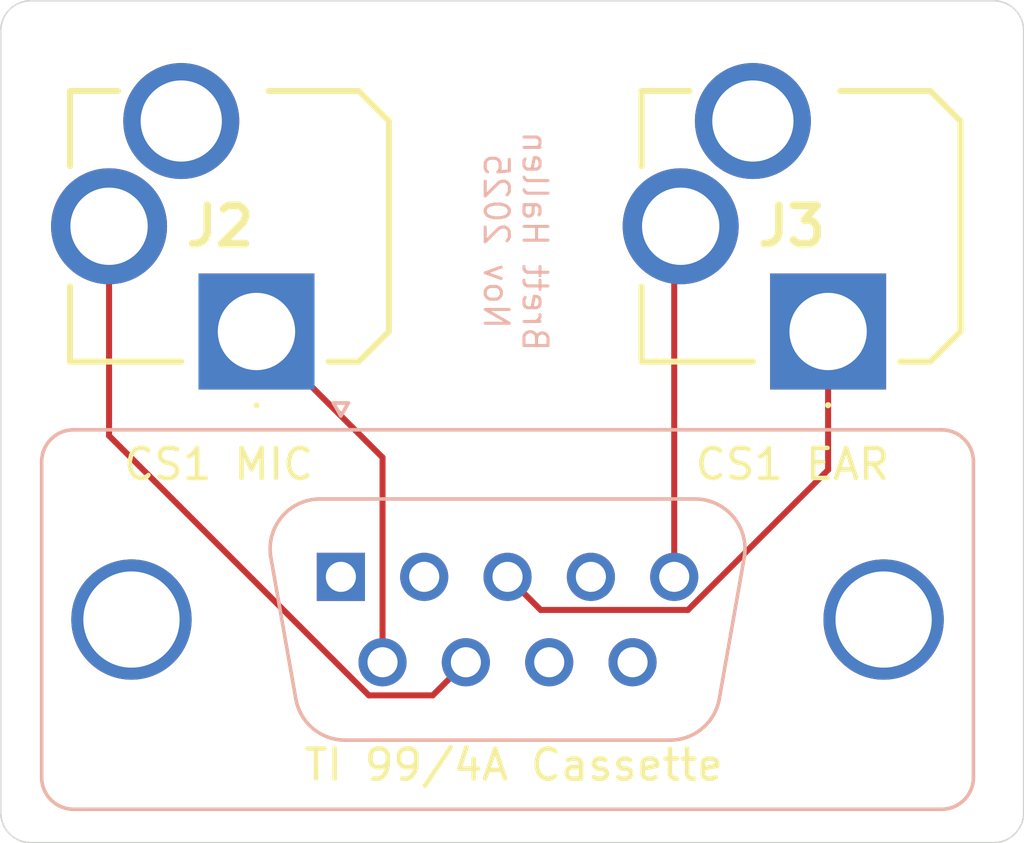
<source format=kicad_pcb>
(kicad_pcb (version 20241229) (generator "pcbnew") (generator_version "9.0")
  (title_block (title "TI 99/4A Cassette Adaptor") (date "7/NOV/2025") (rev "A") (company "Brett Hallen") (comment 1 "www.youtube.com/@Brfff"))
  (layers (0 "F.Cu" signal) (2 "B.Cu" signal) (13 "F.Paste" user) (15 "B.Paste" user) (5 "F.SilkS" user "F.Silkscreen") (7 "B.SilkS" user "B.Silkscreen") (1 "F.Mask" user) (3 "B.Mask" user) (25 "Edge.Cuts" user))
  (net 0 "")
  (net 1 "CS1_MOTOR-")
  (net 3 "CS1_MIC-")
  (net 4 "CS1_MIC+")
  (net 5 "CS2_MOTOR-")
  (net 6 "CS2_MOTOR+")
  (net 7 "CS1_MOTOR+")
  (net 8 "CS1_EAR-")
  (net 9 "CS1_EAR+")
  (footprint "Clueless_Engineer:SJ335052B" (layer "F.Cu") (at 130.885 60.84)
    (property "Reference" "J3" (at -1.213 -3.5 0) (layer "F.SilkS") (effects (font (size 1.27 1.27) (thickness 0.254))))
    (property "Value" "SJ3-35052B" (hide yes))
    (fp_line (start -6.2 -8) (end -4.6 -8) (stroke (width 0.2)) (layer "F.SilkS"))
    (fp_line (start -6.2 -5.5) (end -6.2 -8) (stroke (width 0.2)) (layer "F.SilkS"))
    (fp_line (start -6.2 1) (end -6.2 -1.5) (stroke (width 0.2)) (layer "F.SilkS"))
    (fp_line (start -2.5 1) (end -6.2 1) (stroke (width 0.2)) (layer "F.SilkS"))
    (fp_line (start 0 2.4) (end 0 2.4) (stroke (width 0.1)) (layer "F.SilkS"))
    (fp_line (start 0 2.5) (end 0 2.5) (stroke (width 0.1)) (layer "F.SilkS"))
    (fp_line (start 0.4 -8) (end 3.4 -8) (stroke (width 0.2)) (layer "F.SilkS"))
    (fp_line (start 3.4 -8) (end 4.4 -7) (stroke (width 0.2)) (layer "F.SilkS"))
    (fp_line (start 3.4 1) (end 2.4 1) (stroke (width 0.2)) (layer "F.SilkS"))
    (fp_line (start 4.4 -7) (end 4.4 0) (stroke (width 0.2)) (layer "F.SilkS"))
    (fp_line (start 4.4 0) (end 3.4 1) (stroke (width 0.2)) (layer "F.SilkS"))
    (fp_arc (start 0 2.4) (mid 0.05 2.45) (end 0 2.5) (stroke (width 0.1)) (layer "F.SilkS"))
    (fp_arc (start 0 2.5) (mid -0.05 2.45) (end 0 2.4) (stroke (width 0.1)) (layer "F.SilkS"))
    (pad "1" thru_hole rect (at 0 0) (size 3.855 3.855) (drill 2.57) (layers "*.Cu" "*.Mask") (net 3 "CS1_MIC-"))
    (pad "2" thru_hole circle (at -4.9 -3.5) (size 3.855 3.855) (drill 2.57) (layers "*.Cu" "*.Mask") (net 4 "CS1_MIC+"))
    (pad "4" thru_hole circle (at -2.5 -7) (size 3.855 3.855) (drill 2.7) (layers "*.Cu" "*.Mask"))
  )
  (footprint "Clueless_Engineer:SJ335052B" (layer "F.Cu") (at 111.885 60.84)
    (property "Reference" "J2" (at -1.213 -3.5 0) (layer "F.SilkS") (effects (font (size 1.27 1.27) (thickness 0.254))))
    (property "Value" "SJ3-35052B" (hide yes))
    (fp_line (start -6.2 -8) (end -4.6 -8) (stroke (width 0.2)) (layer "F.SilkS"))
    (fp_line (start -6.2 -5.5) (end -6.2 -8) (stroke (width 0.2)) (layer "F.SilkS"))
    (fp_line (start -6.2 1) (end -6.2 -1.5) (stroke (width 0.2)) (layer "F.SilkS"))
    (fp_line (start -2.5 1) (end -6.2 1) (stroke (width 0.2)) (layer "F.SilkS"))
    (fp_line (start 0 2.4) (end 0 2.4) (stroke (width 0.1)) (layer "F.SilkS"))
    (fp_line (start 0 2.5) (end 0 2.5) (stroke (width 0.1)) (layer "F.SilkS"))
    (fp_line (start 0.4 -8) (end 3.4 -8) (stroke (width 0.2)) (layer "F.SilkS"))
    (fp_line (start 3.4 -8) (end 4.4 -7) (stroke (width 0.2)) (layer "F.SilkS"))
    (fp_line (start 3.4 1) (end 2.4 1) (stroke (width 0.2)) (layer "F.SilkS"))
    (fp_line (start 4.4 -7) (end 4.4 0) (stroke (width 0.2)) (layer "F.SilkS"))
    (fp_line (start 4.4 0) (end 3.4 1) (stroke (width 0.2)) (layer "F.SilkS"))
    (fp_arc (start 0 2.4) (mid 0.05 2.45) (end 0 2.5) (stroke (width 0.1)) (layer "F.SilkS"))
    (fp_arc (start 0 2.5) (mid -0.05 2.45) (end 0 2.4) (stroke (width 0.1)) (layer "F.SilkS"))
    (pad "1" thru_hole rect (at 0 0) (size 3.855 3.855) (drill 2.57) (layers "*.Cu" "*.Mask") (net 8 "CS1_EAR-"))
    (pad "2" thru_hole circle (at -4.9 -3.5) (size 3.855 3.855) (drill 2.57) (layers "*.Cu" "*.Mask") (net 9 "CS1_EAR+"))
    (pad "4" thru_hole circle (at -2.5 -7) (size 3.855 3.855) (drill 2.7) (layers "*.Cu" "*.Mask"))
  )
  (footprint "Connector_Dsub:DSUB-9_Socket_Vertical_P2.77x2.84mm_MountingHoles" (layer "B.Cu") (at 114.69 69 180)
    (property "Reference" "J1" (hide yes))
    (property "Value" "Cassette" (hide yes))
    (fp_line (start 9.945 3.83) (end 9.945 -6.67) (stroke (width 0.12)) (layer "B.SilkS"))
    (fp_line (start 8.885 -7.73) (end -19.965 -7.73) (stroke (width 0.12)) (layer "B.SilkS"))
    (fp_line (start 2.32647 0.641744) (end 1.497733 -4.058256) (stroke (width 0.12)) (layer "B.SilkS"))
    (fp_line (start 0.25 5.784338) (end 0 5.351325) (stroke (width 0.12)) (layer "B.SilkS"))
    (fp_line (start 0 5.351325) (end -0.25 5.784338) (stroke (width 0.12)) (layer "B.SilkS"))
    (fp_line (start -0.137048 -5.43) (end -10.942952 -5.43) (stroke (width 0.12)) (layer "B.SilkS"))
    (fp_line (start -0.25 5.784338) (end 0.25 5.784338) (stroke (width 0.12)) (layer "B.SilkS"))
    (fp_line (start -11.771689 2.59) (end 0.691689 2.59) (stroke (width 0.12)) (layer "B.SilkS"))
    (fp_line (start -12.577733 -4.058256) (end -13.40647 0.641744) (stroke (width 0.12)) (layer "B.SilkS"))
    (fp_line (start -19.965 4.89) (end 8.885 4.89) (stroke (width 0.12)) (layer "B.SilkS"))
    (fp_line (start -21.025 -6.67) (end -21.025 3.83) (stroke (width 0.12)) (layer "B.SilkS"))
    (fp_arc (start 9.945 3.83) (mid 9.634533 4.579533) (end 8.885 4.89) (stroke (width 0.12)) (layer "B.SilkS"))
    (fp_arc (start 8.885 -7.73) (mid 9.634533 -7.419533) (end 9.945 -6.67) (stroke (width 0.12)) (layer "B.SilkS"))
    (fp_arc (start 2.32647 0.641744) (mid 1.963323 1.997027) (end 0.691689 2.59) (stroke (width 0.12)) (layer "B.SilkS"))
    (fp_arc (start -0.137048 -5.43) (mid 0.92998 -5.041634) (end 1.497733 -4.058256) (stroke (width 0.12)) (layer "B.SilkS"))
    (fp_arc (start -11.771689 2.59) (mid -13.043323 1.997027) (end -13.40647 0.641744) (stroke (width 0.12)) (layer "B.SilkS"))
    (fp_arc (start -12.577733 -4.058256) (mid -12.00998 -5.041634) (end -10.942952 -5.43) (stroke (width 0.12)) (layer "B.SilkS"))
    (fp_arc (start -19.965 4.89) (mid -20.714533 4.579533) (end -21.025 3.83) (stroke (width 0.12)) (layer "B.SilkS"))
    (fp_arc (start -21.025 -6.67) (mid -20.714533 -7.419533) (end -19.965 -7.73) (stroke (width 0.12)) (layer "B.SilkS"))
    (pad "0" thru_hole circle (at -18.04 -1.42 180) (size 4 4) (drill 3.2) (layers "*.Cu" "*.Mask"))
    (pad "0" thru_hole circle (at 6.96 -1.42 180) (size 4 4) (drill 3.2) (layers "*.Cu" "*.Mask"))
    (pad "1" thru_hole rect (at 0 0 180) (size 1.6 1.6) (drill 1) (layers "*.Cu" "*.Mask") (net 7 "CS1_MOTOR+"))
    (pad "2" thru_hole circle (at -2.77 0 180) (size 1.6 1.6) (drill 1) (layers "*.Cu" "*.Mask") (net 1 "CS1_MOTOR-"))
    (pad "3" thru_hole circle (at -5.54 0 180) (size 1.6 1.6) (drill 1) (layers "*.Cu" "*.Mask") (net 3 "CS1_MIC-"))
    (pad "4" thru_hole circle (at -8.31 0 180) (size 1.6 1.6) (drill 1) (layers "*.Cu" "*.Mask"))
    (pad "5" thru_hole circle (at -11.08 0 180) (size 1.6 1.6) (drill 1) (layers "*.Cu" "*.Mask") (net 4 "CS1_MIC+"))
    (pad "6" thru_hole circle (at -1.385 -2.84 180) (size 1.6 1.6) (drill 1) (layers "*.Cu" "*.Mask") (net 8 "CS1_EAR-"))
    (pad "7" thru_hole circle (at -4.155 -2.84 180) (size 1.6 1.6) (drill 1) (layers "*.Cu" "*.Mask") (net 9 "CS1_EAR+"))
    (pad "8" thru_hole circle (at -6.925 -2.84 180) (size 1.6 1.6) (drill 1) (layers "*.Cu" "*.Mask") (net 5 "CS2_MOTOR-"))
    (pad "9" thru_hole circle (at -9.695 -2.84 180) (size 1.6 1.6) (drill 1) (layers "*.Cu" "*.Mask") (net 6 "CS2_MOTOR+"))
  )
  (gr_arc (start 136.385 49.84) (mid 137.092107 50.132893) (end 137.385 50.84) (stroke (width 0.05)) (layer "Edge.Cuts"))
  (gr_line (start 137.385 50.84) (end 137.385 76.84) (stroke (width 0.05)) (layer "Edge.Cuts"))
  (gr_arc (start 103.385 50.84) (mid 103.677893 50.132893) (end 104.385 49.84) (stroke (width 0.05)) (layer "Edge.Cuts"))
  (gr_arc (start 104.385 77.84) (mid 103.677893 77.547107) (end 103.385 76.84) (stroke (width 0.05)) (layer "Edge.Cuts"))
  (gr_line (start 136.385 77.84) (end 104.385 77.84) (stroke (width 0.05)) (layer "Edge.Cuts"))
  (gr_arc (start 137.385 76.84) (mid 137.092107 77.547107) (end 136.385 77.84) (stroke (width 0.05)) (layer "Edge.Cuts"))
  (gr_line (start 103.385 76.84) (end 103.385 50.84) (stroke (width 0.05)) (layer "Edge.Cuts"))
  (gr_line (start 104.385 49.84) (end 136.385 49.84) (stroke (width 0.05)) (layer "Edge.Cuts"))
  (gr_text "CS1 MIC" (at 107.385 65.84 0) (layer "F.SilkS") (effects (font (size 1 1)) (justify left bottom)))
  (gr_text "CS1 EAR" (at 126.385 65.84 0) (layer "F.SilkS") (effects (font (size 1 1)) (justify left bottom)))
  (gr_text "TI 99/4A Cassette" (at 113.385 75.84 0) (layer "F.SilkS") (effects (font (size 1 1)) (justify left bottom)))
  (gr_text "Brett Hallen\nNov 2025" (at 119.385 57.84 270) (layer "B.SilkS") (effects (font (size 0.8 0.8) (thickness 0.1)) (justify bottom mirror)))
  (segment (start 130.885 65.44205) (end 126.22605 70.101) (width 0.2) (layer "F.Cu") (net 3))
  (segment (start 121.331 70.101) (end 120.23 69) (width 0.2) (layer "F.Cu") (net 3))
  (segment (start 130.885 60.84) (end 130.885 65.44205) (width 0.2) (layer "F.Cu") (net 3))
  (segment (start 126.22605 70.101) (end 121.331 70.101) (width 0.2) (layer "F.Cu") (net 3))
  (segment (start 125.77 57.555) (end 125.77 69) (width 0.2) (layer "F.Cu") (net 4))
  (segment (start 125.985 57.34) (end 125.77 57.555) (width 0.2) (layer "F.Cu") (net 4))
  (segment (start 116.075 65.03) (end 116.075 71.84) (width 0.2) (layer "F.Cu") (net 8))
  (segment (start 111.885 60.84) (end 116.075 65.03) (width 0.2) (layer "F.Cu") (net 8))
  (segment (start 117.744 72.941) (end 118.845 71.84) (width 0.2) (layer "F.Cu") (net 9))
  (segment (start 106.985 64.30705) (end 115.61895 72.941) (width 0.2) (layer "F.Cu") (net 9))
  (segment (start 115.61895 72.941) (end 117.744 72.941) (width 0.2) (layer "F.Cu") (net 9))
  (segment (start 106.985 57.34) (end 106.985 64.30705) (width 0.2) (layer "F.Cu") (net 9))
)
</source>
